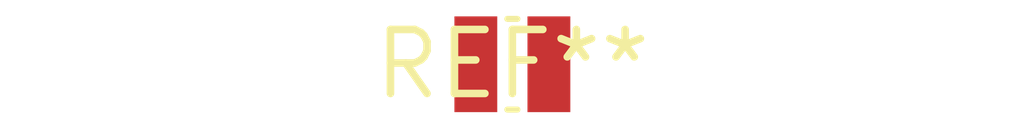
<source format=kicad_pcb>
(kicad_pcb (version 20240108) (generator pcbnew)
  (layers (0 "F.Cu" signal) (31 "B.Cu" signal) (34 "B.Paste" user) (35 "F.Paste" user) (36 "B.SilkS" user "B.Silkscreen") (37 "F.SilkS" user "F.Silkscreen") (38 "B.Mask" user) (39 "F.Mask" user) (44 "Edge.Cuts" user))
  (net 0 "")
  (footprint "L_Wuerth_MAPI-2010" (layer "F.Cu") (at 0 0)
    (property "Reference" "REF**")
    (property "Value" "L_Wuerth_MAPI-2010")
    (fp_line (start -0.1 -0.9) (end 0.1 -0.9) (layer "F.SilkS") (stroke (width 0.12)))
    (fp_line (start -0.1 0.9) (end 0.1 0.9) (layer "F.SilkS") (stroke (width 0.12)))
    (pad "1" smd rect (at -0.725 0) (size 0.85 1.9) (layers "F.Cu" "F.Paste" "F.Mask"))
    (pad "2" smd rect (at 0.725 0) (size 0.85 1.9) (layers "F.Cu" "F.Paste" "F.Mask"))
  )
)
</source>
